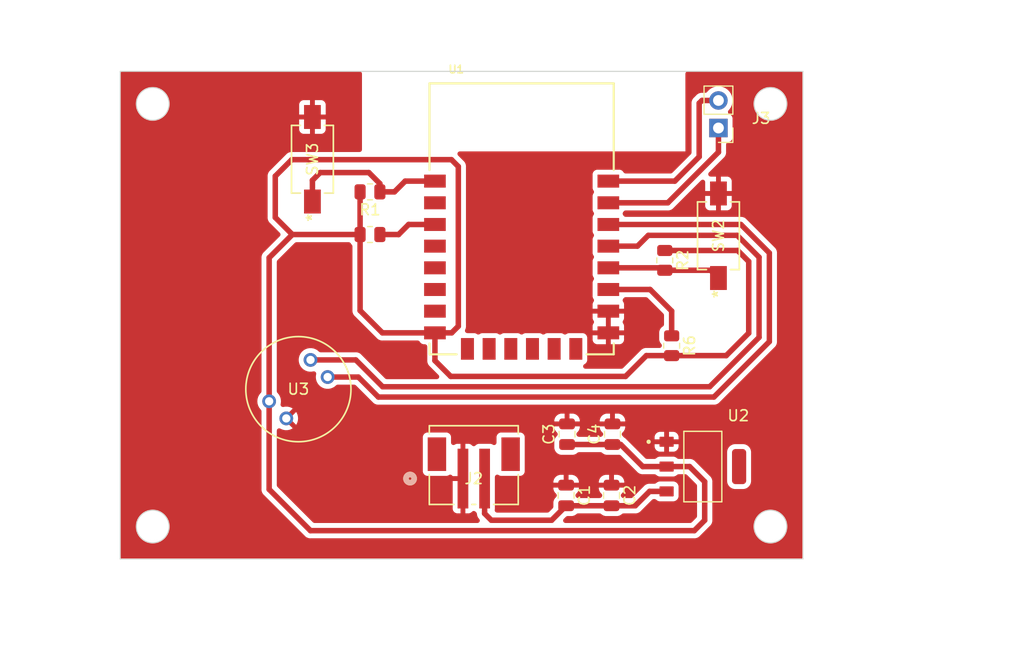
<source format=kicad_pcb>
(kicad_pcb (version 20221018) (generator pcbnew)
  (layers (0 "F.Cu" signal) (31 "B.Cu" signal) (34 "B.Paste" user) (35 "F.Paste" user) (36 "B.SilkS" user "B.Silkscreen") (37 "F.SilkS" user "F.Silkscreen") (38 "B.Mask" user) (39 "F.Mask" user) (44 "Edge.Cuts" user))
  (net 0 "")
  (net 1 "GND")
  (net 2 "Net-(U2-VIN)")
  (net 3 "VCC")
  (net 4 "/LED2")
  (net 5 "/SDA")
  (net 6 "/LED1")
  (net 7 "/SCL")
  (net 8 "Net-(J3-Pin_1)")
  (net 9 "Net-(J3-Pin_2)")
  (net 10 "/servo")
  (net 11 "/DC")
  (net 12 "Net-(U1-RST)")
  (net 13 "/boot")
  (net 14 "Net-(U1-EN)")
  (net 16 "/buzzer")
  (footprint "Capacitor_SMD:C_0805_2012Metric" (layer "F.Cu") (at 82.337 64.131 -90)
    (fp_text reference "C2" (at 0 -1.68 90) (layer "F.SilkS"))
    (fp_text value "C")
    (fp_line (start -0.261252 -0.735) (end 0.261252 -0.735) (stroke (width 0.12)) (layer "F.SilkS"))
    (fp_line (start -0.261252 0.735) (end 0.261252 0.735) (stroke (width 0.12)) (layer "F.SilkS"))
    (pad "1" smd roundrect (at -0.95 0 270) (size 1 1.45) (layers "F.Cu" "F.Paste" "F.Mask") (net 1 "GND"))
    (pad "2" smd roundrect (at 0.95 0 270) (size 1 1.45) (layers "F.Cu" "F.Paste" "F.Mask") (net 2 "Net-(U2-VIN)"))
  )
  (footprint "esp_lib:ESP-12F" (layer "F.Cu") (at 74.041 38.608)
    (fp_text reference "U1" (at -6.03654 -13.788698) (layer "F.SilkS") (effects (font (size 0.700469 0.700469))))
    (fp_text value "ESP-12F")
    (fp_line (start -8.5 -12.5) (end -8.5 -4.5) (stroke (width 0.2)) (layer "F.SilkS"))
    (fp_line (start -8.5 -12.5) (end 8.5 -12.5) (stroke (width 0.2)) (layer "F.SilkS"))
    (fp_line (start -8.5 11.5) (end -8.5 12.5) (stroke (width 0.2)) (layer "F.SilkS"))
    (fp_line (start -8.5 12.5) (end -6 12.5) (stroke (width 0.2)) (layer "F.SilkS"))
    (fp_line (start 8.5 -12.5) (end 8.5 -4.5) (stroke (width 0.2)) (layer "F.SilkS"))
    (fp_line (start 8.5 12.5) (end 6 12.5) (stroke (width 0.2)) (layer "F.SilkS"))
    (fp_line (start 8.5 12.5) (end 8.5 11.5) (stroke (width 0.2)) (layer "F.SilkS"))
    (pad "1" smd rect (at -8 -3.48) (size 2 1.2) (layers "F.Cu" "F.Paste" "F.Mask") (net 12 "Net-(U1-RST)"))
    (pad "2" smd rect (at -8 -1.48) (size 2 1.2) (layers "F.Cu" "F.Paste" "F.Mask"))
    (pad "3" smd rect (at -8 0.52) (size 2 1.2) (layers "F.Cu" "F.Paste" "F.Mask") (net 14 "Net-(U1-EN)"))
    (pad "4" smd rect (at -8 2.52) (size 2 1.2) (layers "F.Cu" "F.Paste" "F.Mask") (net 4 "/LED2"))
    (pad "5" smd rect (at -8 4.52) (size 2 1.2) (layers "F.Cu" "F.Paste" "F.Mask") (net 6 "/LED1"))
    (pad "6" smd rect (at -8 6.52) (size 2 1.2) (layers "F.Cu" "F.Paste" "F.Mask") (net 11 "/DC"))
    (pad "7" smd rect (at -8 8.52) (size 2 1.2) (layers "F.Cu" "F.Paste" "F.Mask") (net 16 "/buzzer"))
    (pad "8" smd rect (at -8 10.52) (size 2 1.2) (layers "F.Cu" "F.Paste" "F.Mask") (net 3 "VCC"))
    (pad "9" smd rect (at -5 12 90) (size 2 1.2) (layers "F.Cu" "F.Paste" "F.Mask"))
    (pad "10" smd rect (at -3 12 90) (size 2 1.2) (layers "F.Cu" "F.Paste" "F.Mask"))
    (pad "11" smd rect (at -1 12 90) (size 2 1.2) (layers "F.Cu" "F.Paste" "F.Mask"))
    (pad "12" smd rect (at 1 12 90) (size 2 1.2) (layers "F.Cu" "F.Paste" "F.Mask"))
    (pad "13" smd rect (at 3 12 90) (size 2 1.2) (layers "F.Cu" "F.Paste" "F.Mask"))
    (pad "14" smd rect (at 5 12 90) (size 2 1.2) (layers "F.Cu" "F.Paste" "F.Mask"))
    (pad "15" smd rect (at 8 10.52) (size 2 1.2) (layers "F.Cu" "F.Paste" "F.Mask") (net 1 "GND"))
    (pad "16" smd rect (at 8 8.52) (size 2 1.2) (layers "F.Cu" "F.Paste" "F.Mask") (net 1 "GND"))
    (pad "17" smd rect (at 8 6.52) (size 2 1.2) (layers "F.Cu" "F.Paste" "F.Mask") (net 10 "/servo"))
    (pad "18" smd rect (at 8 4.52) (size 2 1.2) (layers "F.Cu" "F.Paste" "F.Mask") (net 13 "/boot"))
    (pad "19" smd rect (at 8 2.52) (size 2 1.2) (layers "F.Cu" "F.Paste" "F.Mask") (net 5 "/SDA"))
    (pad "20" smd rect (at 8 0.52) (size 2 1.2) (layers "F.Cu" "F.Paste" "F.Mask") (net 7 "/SCL"))
    (pad "21" smd rect (at 8 -1.48) (size 2 1.2) (layers "F.Cu" "F.Paste" "F.Mask") (net 8 "Net-(J3-Pin_1)"))
    (pad "22" smd rect (at 8 -3.48) (size 2 1.2) (layers "F.Cu" "F.Paste" "F.Mask") (net 9 "Net-(J3-Pin_2)"))
  )
  (footprint "esp_lib:RS-282G05A3-SM RT_CNK" (layer "F.Cu") (at 54.737 33.110698 90)
    (fp_text reference "SW3" (at 0 0 90 unlocked) (layer "F.SilkS"))
    (fp_text value "RS-282G05A3-SM RT")
    (fp_text user "*" (at -5.3866 0 90 unlocked) (layer "F.SilkS"))
    (fp_text user "*" (at -5.3866 0 90) (layer "F.SilkS"))
    (fp_line (start -3.1242 -1.9304) (end -3.1242 -1.10744) (stroke (width 0.1524)) (layer "F.SilkS"))
    (fp_line (start -3.1242 1.10744) (end -3.1242 1.9304) (stroke (width 0.1524)) (layer "F.SilkS"))
    (fp_line (start -3.1242 1.9304) (end 3.1242 1.9304) (stroke (width 0.1524)) (layer "F.SilkS"))
    (fp_line (start 3.1242 -1.9304) (end -3.1242 -1.9304) (stroke (width 0.1524)) (layer "F.SilkS"))
    (fp_line (start 3.1242 -1.10744) (end 3.1242 -1.9304) (stroke (width 0.1524)) (layer "F.SilkS"))
    (fp_line (start 3.1242 1.9304) (end 3.1242 1.10744) (stroke (width 0.1524)) (layer "F.SilkS"))
    (pad "1" smd rect (at -3.900698 0 90) (size 2.2098 1.5494) (layers "F.Cu" "F.Paste" "F.Mask") (net 12 "Net-(U1-RST)"))
    (pad "2" smd rect (at 3.900698 0 90) (size 2.2098 1.5494) (layers "F.Cu" "F.Paste" "F.Mask") (net 1 "GND"))
  )
  (footprint "Resistor_SMD:R_0805_2012Metric" (layer "F.Cu") (at 87.249 42.4415 -90)
    (fp_text reference "R2" (at 0 -1.65 90) (layer "F.SilkS"))
    (fp_text value "R")
    (fp_line (start -0.227064 -0.735) (end 0.227064 -0.735) (stroke (width 0.12)) (layer "F.SilkS"))
    (fp_line (start -0.227064 0.735) (end 0.227064 0.735) (stroke (width 0.12)) (layer "F.SilkS"))
    (pad "1" smd roundrect (at -0.9125 0 270) (size 1.025 1.4) (layers "F.Cu" "F.Paste" "F.Mask") (roundrect_rratio 0.243902439) (net 3 "VCC"))
    (pad "2" smd roundrect (at 0.9125 0 270) (size 1.025 1.4) (layers "F.Cu" "F.Paste" "F.Mask") (roundrect_rratio 0.243902439) (net 13 "/boot"))
  )
  (footprint "Resistor_SMD:R_0805_2012Metric" (layer "F.Cu") (at 60.0475 36.119 180)
    (fp_text reference "R1" (at 0 -1.65) (layer "F.SilkS"))
    (fp_text value "R")
    (fp_line (start -0.227064 -0.735) (end 0.227064 -0.735) (stroke (width 0.12)) (layer "F.SilkS"))
    (fp_line (start -0.227064 0.735) (end 0.227064 0.735) (stroke (width 0.12)) (layer "F.SilkS"))
    (pad "1" smd roundrect (at -0.9125 0 180) (size 1.025 1.4) (layers "F.Cu" "F.Paste" "F.Mask") (roundrect_rratio 0.243902439) (net 12 "Net-(U1-RST)"))
    (pad "2" smd roundrect (at 0.9125 0 180) (size 1.025 1.4) (layers "F.Cu" "F.Paste" "F.Mask") (roundrect_rratio 0.243902439) (net 3 "VCC"))
  )
  (footprint "Capacitor_SMD:C_0805_2012Metric" (layer "F.Cu") (at 78.232 58.481 90)
    (fp_text reference "C3" (at 0 -1.68 90) (layer "F.SilkS"))
    (fp_text value "C")
    (fp_line (start -0.261252 -0.735) (end 0.261252 -0.735) (stroke (width 0.12)) (layer "F.SilkS"))
    (fp_line (start -0.261252 0.735) (end 0.261252 0.735) (stroke (width 0.12)) (layer "F.SilkS"))
    (pad "1" smd roundrect (at -0.95 0 90) (size 1 1.45) (layers "F.Cu" "F.Paste" "F.Mask") (net 3 "VCC"))
    (pad "2" smd roundrect (at 0.95 0 90) (size 1 1.45) (layers "F.Cu" "F.Paste" "F.Mask") (net 1 "GND"))
  )
  (footprint "esp_lib:SOT229P700X180-4N" (layer "F.Cu") (at 90.762 61.468)
    (fp_text reference "U2" (at 3.2755 -4.695) (layer "F.SilkS"))
    (fp_text value "AMS1117-3.3" hide)
    (fp_line (start -1.7525 -3.2525) (end 1.7525 -3.2525) (stroke (width 0.127)) (layer "F.SilkS"))
    (fp_line (start -1.7525 3.2525) (end -1.7525 -3.2525) (stroke (width 0.127)) (layer "F.SilkS"))
    (fp_line (start 1.7525 -3.2525) (end 1.7525 3.2525) (stroke (width 0.127)) (layer "F.SilkS"))
    (fp_line (start 1.7525 3.2525) (end -1.7525 3.2525) (stroke (width 0.127)) (layer "F.SilkS"))
    (fp_circle (center -5 -2.29) (end -4.9 -2.29) (stroke (width 0.2)) (fill none) (layer "F.SilkS"))
    (pad "1" smd roundrect (at -3.345 -2.29) (size 1.31 0.93) (layers "F.Cu" "F.Paste" "F.Mask") (roundrect_rratio 0.07) (net 1 "GND"))
    (pad "2" smd roundrect (at -3.345 0) (size 1.31 0.93) (layers "F.Cu" "F.Paste" "F.Mask") (roundrect_rratio 0.07) (net 3 "VCC"))
    (pad "3" smd roundrect (at -3.345 2.29) (size 1.31 0.93) (layers "F.Cu" "F.Paste" "F.Mask") (roundrect_rratio 0.07) (net 2 "Net-(U2-VIN)"))
    (pad "4" smd roundrect (at 3.345 0) (size 1.31 3.24) (layers "F.Cu" "F.Paste" "F.Mask") (roundrect_rratio 0.24))
  )
  (footprint "esp_lib:FOV55d_MEL" (layer "F.Cu") (at 54.559708 51.6255)
    (fp_text reference "U3" (at -1.117854 2.69875 unlocked) (layer "F.SilkS"))
    (fp_text value "MLX90640ESF-BAB-000-TU")
    (fp_circle (center -1.117854 2.69875) (end 3.733546 2.69875) (stroke (width 0.1524)) (fill none) (layer "F.SilkS"))
    (pad "1" thru_hole circle (at 0 0) (size 1.27 1.27) (drill 0.762) (layers "*.Cu" "*.Mask") (net 5 "/SDA"))
    (pad "2" thru_hole circle (at -3.816604 3.816604) (size 1.27 1.27) (drill 0.762) (layers "*.Cu" "*.Mask") (net 3 "VCC"))
    (pad "3" thru_hole circle (at -2.235708 5.3975) (size 1.27 1.27) (drill 0.762) (layers "*.Cu" "*.Mask") (net 1 "GND"))
    (pad "4" thru_hole circle (at 1.580896 1.580896) (size 1.27 1.27) (drill 0.762) (layers "*.Cu" "*.Mask") (net 7 "/SCL"))
  )
  (footprint "Resistor_SMD:R_0805_2012Metric" (layer "F.Cu") (at 87.884 50.3155 -90)
    (fp_text reference "R6" (at 0 -1.65 90) (layer "F.SilkS"))
    (fp_text value "R")
    (fp_line (start -0.227064 -0.735) (end 0.227064 -0.735) (stroke (width 0.12)) (layer "F.SilkS"))
    (fp_line (start -0.227064 0.735) (end 0.227064 0.735) (stroke (width 0.12)) (layer "F.SilkS"))
    (pad "1" smd roundrect (at -0.9125 0 270) (size 1.025 1.4) (layers "F.Cu" "F.Paste" "F.Mask") (roundrect_rratio 0.243902) (net 10 "/servo"))
    (pad "2" smd roundrect (at 0.9125 0 270) (size 1.025 1.4) (layers "F.Cu" "F.Paste" "F.Mask") (roundrect_rratio 0.243902) (net 3 "VCC"))
  )
  (footprint "Capacitor_SMD:C_0805_2012Metric" (layer "F.Cu") (at 82.423 58.481 90)
    (fp_text reference "C4" (at 0 -1.68 90) (layer "F.SilkS"))
    (fp_text value "C")
    (fp_line (start -0.261252 -0.735) (end 0.261252 -0.735) (stroke (width 0.12)) (layer "F.SilkS"))
    (fp_line (start -0.261252 0.735) (end 0.261252 0.735) (stroke (width 0.12)) (layer "F.SilkS"))
    (pad "1" smd roundrect (at -0.95 0 90) (size 1 1.45) (layers "F.Cu" "F.Paste" "F.Mask") (net 3 "VCC"))
    (pad "2" smd roundrect (at 0.95 0 90) (size 1 1.45) (layers "F.Cu" "F.Paste" "F.Mask") (net 1 "GND"))
  )
  (footprint "esp_lib:CONN_B2B-PH-SM4-TBLFSN_JST" (layer "F.Cu") (at 69.625002 61.3302)
    (fp_text reference "J2" (at 0 1.244801 unlocked) (layer "F.SilkS"))
    (fp_text value "B2B-PH-SM4-TBLFSN" hide)
    (fp_circle (center -5.8801 1.244801) (end -5.4991 1.244801) (stroke (width 0.508)) (fill none) (layer "B.SilkS"))
    (fp_line (start -4.1021 -3.6322) (end -4.1021 -2.88734) (stroke (width 0.1524)) (layer "F.SilkS"))
    (fp_line (start -4.1021 0.87694) (end -4.1021 3.6322) (stroke (width 0.1524)) (layer "F.SilkS"))
    (fp_line (start -4.1021 3.6322) (end -1.828041 3.6322) (stroke (width 0.1524)) (layer "F.SilkS"))
    (fp_line (start -0.171961 3.6322) (end 0.171961 3.6322) (stroke (width 0.1524)) (layer "F.SilkS"))
    (fp_line (start 1.828041 3.6322) (end 4.1021 3.6322) (stroke (width 0.1524)) (layer "F.SilkS"))
    (fp_line (start 4.1021 -3.6322) (end -4.1021 -3.6322) (stroke (width 0.1524)) (layer "F.SilkS"))
    (fp_line (start 4.1021 -2.88734) (end 4.1021 -3.6322) (stroke (width 0.1524)) (layer "F.SilkS"))
    (fp_line (start 4.1021 3.6322) (end 4.1021 0.87694) (stroke (width 0.1524)) (layer "F.SilkS"))
    (fp_circle (center -5.8801 1.244801) (end -5.4991 1.244801) (stroke (width 0.508)) (fill none) (layer "F.SilkS"))
    (pad "1" smd rect (at -1.000001 1.244801) (size 0.9906 5.5118) (layers "F.Cu" "F.Paste" "F.Mask") (net 1 "GND"))
    (pad "2" smd rect (at 1.000001 1.244801) (size 0.9906 5.5118) (layers "F.Cu" "F.Paste" "F.Mask") (net 2 "Net-(U2-VIN)"))
    (pad "3" smd rect (at -3.399998 -1.0052 90) (size 3.0988 1.7018) (layers "F.Cu" "F.Paste" "F.Mask"))
    (pad "4" smd rect (at 3.399998 -1.0052 90) (size 3.0988 1.7018) (layers "F.Cu" "F.Paste" "F.Mask"))
  )
  (footprint "Capacitor_SMD:C_0805_2012Metric" (layer "F.Cu") (at 78.146 64.131 -90)
    (fp_text reference "C1" (at 0 -1.68 90) (layer "F.SilkS"))
    (fp_text value "C")
    (fp_line (start -0.261252 -0.735) (end 0.261252 -0.735) (stroke (width 0.12)) (layer "F.SilkS"))
    (fp_line (start -0.261252 0.735) (end 0.261252 0.735) (stroke (width 0.12)) (layer "F.SilkS"))
    (pad "1" smd roundrect (at -0.95 0 270) (size 1 1.45) (layers "F.Cu" "F.Paste" "F.Mask") (net 1 "GND"))
    (pad "2" smd roundrect (at 0.95 0 270) (size 1 1.45) (layers "F.Cu" "F.Paste" "F.Mask") (net 2 "Net-(U2-VIN)"))
  )
  (footprint "Resistor_SMD:R_0805_2012Metric" (layer "F.Cu") (at 60.0475 40.056 180)
    (fp_text reference "R4" hide)
    (fp_text value "R")
    (fp_line (start -0.227064 -0.735) (end 0.227064 -0.735) (stroke (width 0.12)) (layer "F.SilkS"))
    (fp_line (start -0.227064 0.735) (end 0.227064 0.735) (stroke (width 0.12)) (layer "F.SilkS"))
    (pad "1" smd roundrect (at -0.9125 0 180) (size 1.025 1.4) (layers "F.Cu" "F.Paste" "F.Mask") (roundrect_rratio 0.243902439) (net 14 "Net-(U1-EN)"))
    (pad "2" smd roundrect (at 0.9125 0 180) (size 1.025 1.4) (layers "F.Cu" "F.Paste" "F.Mask") (roundrect_rratio 0.243902439) (net 3 "VCC"))
  )
  (footprint "esp_lib:RS-282G05A3-SM RT_CNK" (layer "F.Cu") (at 92.202 40.168302 90)
    (fp_text reference "SW2" (at 0 0 90 unlocked) (layer "F.SilkS"))
    (fp_text value "RS-282G05A3-SM RT")
    (fp_text user "*" (at -5.3866 0 90) (layer "F.SilkS"))
    (fp_text user "*" (at -5.3866 0 90 unlocked) (layer "F.SilkS"))
    (fp_line (start -3.1242 -1.9304) (end -3.1242 -1.10744) (stroke (width 0.1524)) (layer "F.SilkS"))
    (fp_line (start -3.1242 1.10744) (end -3.1242 1.9304) (stroke (width 0.1524)) (layer "F.SilkS"))
    (fp_line (start -3.1242 1.9304) (end 3.1242 1.9304) (stroke (width 0.1524)) (layer "F.SilkS"))
    (fp_line (start 3.1242 -1.9304) (end -3.1242 -1.9304) (stroke (width 0.1524)) (layer "F.SilkS"))
    (fp_line (start 3.1242 -1.10744) (end 3.1242 -1.9304) (stroke (width 0.1524)) (layer "F.SilkS"))
    (fp_line (start 3.1242 1.9304) (end 3.1242 1.10744) (stroke (width 0.1524)) (layer "F.SilkS"))
    (pad "1" smd rect (at -3.900698 0 90) (size 2.2098 1.5494) (layers "F.Cu" "F.Paste" "F.Mask") (net 13 "/boot"))
    (pad "2" smd rect (at 3.900698 0 90) (size 2.2098 1.5494) (layers "F.Cu" "F.Paste" "F.Mask") (net 1 "GND"))
  )
  (footprint "Connector_PinHeader_2.54mm:PinHeader_1x02_P2.54mm_Vertical" (layer "F.Cu") (at 92.202 30.226 180)
    (fp_text reference "J3" (at -3.937 0.889 180) (layer "F.SilkS"))
    (fp_text value "Conn_01x02_Pin")
    (fp_line (start -1.33 -1.33) (end 0 -1.33) (stroke (width 0.12)) (layer "F.SilkS"))
    (fp_line (start -1.33 0) (end -1.33 -1.33) (stroke (width 0.12)) (layer "F.SilkS"))
    (fp_line (start -1.33 1.27) (end -1.33 3.87) (stroke (width 0.12)) (layer "F.SilkS"))
    (fp_line (start -1.33 1.27) (end 1.33 1.27) (stroke (width 0.12)) (layer "F.SilkS"))
    (fp_line (start -1.33 3.87) (end 1.33 3.87) (stroke (width 0.12)) (layer "F.SilkS"))
    (fp_line (start 1.33 1.27) (end 1.33 3.87) (stroke (width 0.12)) (layer "F.SilkS"))
    (pad "1" thru_hole rect (at 0 0 180) (size 1.7 1.7) (drill 1) (layers "*.Cu" "*.Mask") (net 8 "Net-(J3-Pin_1)"))
    (pad "2" thru_hole oval (at 0 2.54 180) (size 1.7 1.7) (drill 1) (layers "*.Cu" "*.Mask") (net 9 "Net-(J3-Pin_2)"))
  )
  (gr_circle (center 40 28) (end 41.51 28) (stroke (width 0.1)) (fill none) (layer "Edge.Cuts"))
  (gr_circle (center 97 67) (end 98.51 67) (stroke (width 0.1)) (fill none) (layer "Edge.Cuts"))
  (gr_circle (center 97 28) (end 98.51 28) (stroke (width 0.1)) (fill none) (layer "Edge.Cuts"))
  (gr_circle (center 40 67) (end 41.51 67) (stroke (width 0.1)) (fill none) (layer "Edge.Cuts"))
  (gr_rect (start 37 25) (end 100 70) (stroke (width 0.1)) (fill none) (layer "Edge.Cuts"))
  (segment (start 76.806 66.421) (end 78.146 65.081) (width 0.508) (layer "F.Cu") (net 2))
  (segment (start 85.848 63.758) (end 84.525 65.081) (width 0.508) (layer "F.Cu") (net 2))
  (segment (start 71.247 66.421) (end 76.806 66.421) (width 0.508) (layer "F.Cu") (net 2))
  (segment (start 70.625003 65.799003) (end 71.247 66.421) (width 0.508) (layer "F.Cu") (net 2))
  (segment (start 70.625003 62.575001) (end 70.625003 65.799003) (width 0.508) (layer "F.Cu") (net 2))
  (segment (start 84.525 65.081) (end 82.337 65.081) (width 0.508) (layer "F.Cu") (net 2))
  (segment (start 87.417 63.758) (end 85.848 63.758) (width 0.508) (layer "F.Cu") (net 2))
  (segment (start 78.146 65.081) (end 82.337 65.081) (width 0.508) (layer "F.Cu") (net 2))
  (segment (start 89.974 67.379) (end 90.932 66.421) (width 0.508) (layer "F.Cu") (net 3))
  (segment (start 94.996 49.149) (end 92.917 51.228) (width 0.508) (layer "F.Cu") (net 3))
  (segment (start 67.499 53.148) (end 66.041 51.69) (width 0.508) (layer "F.Cu") (net 3))
  (segment (start 52.883 40.056) (end 51.308 38.481) (width 0.508) (layer "F.Cu") (net 3))
  (segment (start 68.199 48.514) (end 67.585 49.128) (width 0.508) (layer "F.Cu") (net 3))
  (segment (start 52.883 40.056) (end 50.743104 42.195896) (width 0.508) (layer "F.Cu") (net 3))
  (segment (start 50.743104 55.442104) (end 50.743104 63.570104) (width 0.508) (layer "F.Cu") (net 3))
  (segment (start 94.996 42.545) (end 94.996 49.149) (width 0.508) (layer "F.Cu") (net 3))
  (segment (start 89.535 61.468) (end 87.417 61.468) (width 0.508) (layer "F.Cu") (net 3))
  (segment (start 85.551 51.228) (end 83.631 53.148) (width 0.508) (layer "F.Cu") (net 3))
  (segment (start 82.423 59.431) (end 83.18 59.431) (width 0.508) (layer "F.Cu") (net 3))
  (segment (start 67.585 49.128) (end 66.041 49.128) (width 0.508) (layer "F.Cu") (net 3))
  (segment (start 67.564 33.147) (end 68.199 33.782) (width 0.508) (layer "F.Cu") (net 3))
  (segment (start 90.932 66.421) (end 90.932 62.865) (width 0.508) (layer "F.Cu") (net 3))
  (segment (start 90.932 62.865) (end 89.535 61.468) (width 0.508) (layer "F.Cu") (net 3))
  (segment (start 66.041 49.128) (end 61.193 49.128) (width 0.508) (layer "F.Cu") (net 3))
  (segment (start 87.249 41.529) (end 93.98 41.529) (width 0.508) (layer "F.Cu") (net 3))
  (segment (start 50.743104 63.570104) (end 54.552 67.379) (width 0.508) (layer "F.Cu") (net 3))
  (segment (start 52.832 33.147) (end 67.564 33.147) (width 0.508) (layer "F.Cu") (net 3))
  (segment (start 92.917 51.228) (end 87.884 51.228) (width 0.508) (layer "F.Cu") (net 3))
  (segment (start 59.135 40.056) (end 52.883 40.056) (width 0.508) (layer "F.Cu") (net 3))
  (segment (start 51.308 38.481) (end 51.308 34.671) (width 0.508) (layer "F.Cu") (net 3))
  (segment (start 59.135 47.07) (end 59.135 40.056) (width 0.508) (layer "F.Cu") (net 3))
  (segment (start 83.18 59.431) (end 85.217 61.468) (width 0.508) (layer "F.Cu") (net 3))
  (segment (start 85.217 61.468) (end 87.417 61.468) (width 0.508) (layer "F.Cu") (net 3))
  (segment (start 54.552 67.379) (end 89.974 67.379) (width 0.508) (layer "F.Cu") (net 3))
  (segment (start 50.743104 42.195896) (end 50.743104 55.442104) (width 0.508) (layer "F.Cu") (net 3))
  (segment (start 66.041 51.69) (end 66.041 49.128) (width 0.508) (layer "F.Cu") (net 3))
  (segment (start 83.631 53.148) (end 67.499 53.148) (width 0.508) (layer "F.Cu") (net 3))
  (segment (start 78.232 59.431) (end 82.423 59.431) (width 0.508) (layer "F.Cu") (net 3))
  (segment (start 68.199 33.782) (end 68.199 48.514) (width 0.508) (layer "F.Cu") (net 3))
  (segment (start 93.98 41.529) (end 94.996 42.545) (width 0.508) (layer "F.Cu") (net 3))
  (segment (start 59.135 36.119) (end 59.135 40.056) (width 0.508) (layer "F.Cu") (net 3))
  (segment (start 61.193 49.128) (end 59.135 47.07) (width 0.508) (layer "F.Cu") (net 3))
  (segment (start 51.308 34.671) (end 52.832 33.147) (width 0.508) (layer "F.Cu") (net 3))
  (segment (start 87.884 51.228) (end 85.551 51.228) (width 0.508) (layer "F.Cu") (net 3))
  (segment (start 58.7375 51.6255) (end 54.559708 51.6255) (width 0.5) (layer "F.Cu") (net 5))
  (segment (start 95.95 42.14984) (end 95.95 49.54416) (width 0.5) (layer "F.Cu") (net 5))
  (segment (start 61.214 54.102) (end 58.7375 51.6255) (width 0.5) (layer "F.Cu") (net 5))
  (segment (start 95.95 49.54416) (end 91.39216 54.102) (width 0.5) (layer "F.Cu") (net 5))
  (segment (start 84.729 41.128) (end 85.725 40.132) (width 0.5) (layer "F.Cu") (net 5))
  (segment (start 91.39216 54.102) (end 61.214 54.102) (width 0.5) (layer "F.Cu") (net 5))
  (segment (start 93.93216 40.132) (end 95.95 42.14984) (width 0.5) (layer "F.Cu") (net 5))
  (segment (start 82.041 41.128) (end 84.729 41.128) (width 0.5) (layer "F.Cu") (net 5))
  (segment (start 85.725 40.132) (end 93.93216 40.132) (width 0.5) (layer "F.Cu") (net 5))
  (segment (start 58.974894 53.206396) (end 56.140604 53.206396) (width 0.5) (layer "F.Cu") (net 7))
  (segment (start 91.785662 55.052) (end 60.820498 55.052) (width 0.5) (layer "F.Cu") (net 7))
  (segment (start 82.041 39.128) (end 94.271662 39.128) (width 0.5) (layer "F.Cu") (net 7))
  (segment (start 96.9 49.937662) (end 91.785662 55.052) (width 0.5) (layer "F.Cu") (net 7))
  (segment (start 60.820498 55.052) (end 58.974894 53.206396) (width 0.5) (layer "F.Cu") (net 7))
  (segment (start 96.9 41.756338) (end 96.9 49.937662) (width 0.5) (layer "F.Cu") (net 7))
  (segment (start 94.271662 39.128) (end 96.9 41.756338) (width 0.5) (layer "F.Cu") (net 7))
  (segment (start 82.041 37.128) (end 87.52971 37.128) (width 0.508) (layer "F.Cu") (net 8))
  (segment (start 92.202 32.45571) (end 92.202 30.226) (width 0.508) (layer "F.Cu") (net 8))
  (segment (start 87.52971 37.128) (end 92.202 32.45571) (width 0.508) (layer "F.Cu") (net 8))
  (segment (start 92.202 27.686) (end 90.678 27.686) (width 0.508) (layer "F.Cu") (net 9))
  (segment (start 90.678 27.686) (end 90.424 27.94) (width 0.508) (layer "F.Cu") (net 9))
  (segment (start 88.174894 35.128) (end 82.041 35.128) (width 0.508) (layer "F.Cu") (net 9))
  (segment (start 90.424 32.878894) (end 88.174894 35.128) (width 0.508) (layer "F.Cu") (net 9))
  (segment (start 90.424 27.94) (end 90.424 32.878894) (width 0.508) (layer "F.Cu") (net 9))
  (segment (start 82.041 45.128) (end 85.895 45.128) (width 0.508) (layer "F.Cu") (net 10))
  (segment (start 85.895 45.128) (end 87.884 47.117) (width 0.508) (layer "F.Cu") (net 10))
  (segment (start 87.884 47.117) (end 87.884 49.403) (width 0.508) (layer "F.Cu") (net 10))
  (segment (start 59.944 34.341) (end 55.448 34.341) (width 0.508) (layer "F.Cu") (net 12))
  (segment (start 61.011 36.068) (end 60.96 36.119) (width 0.508) (layer "F.Cu") (net 12))
  (segment (start 54.737 35.052) (end 54.737 37.011396) (width 0.508) (layer "F.Cu") (net 12))
  (segment (start 60.96 36.119) (end 62.306 36.119) (width 0.508) (layer "F.Cu") (net 12))
  (segment (start 55.448 34.341) (end 54.737 35.052) (width 0.508) (layer "F.Cu") (net 12))
  (segment (start 60.96 36.119) (end 60.96 35.357) (width 0.508) (layer "F.Cu") (net 12))
  (segment (start 62.306 36.119) (end 63.297 35.128) (width 0.508) (layer "F.Cu") (net 12))
  (segment (start 60.96 35.357) (end 59.944 34.341) (width 0.508) (layer "F.Cu") (net 12))
  (segment (start 63.297 35.128) (end 66.041 35.128) (width 0.508) (layer "F.Cu") (net 12))
  (segment (start 87.249 43.354) (end 91.487 43.354) (width 0.508) (layer "F.Cu") (net 13))
  (segment (start 87.023 43.128) (end 87.249 43.354) (width 0.508) (layer "F.Cu") (net 13))
  (segment (start 82.041 43.128) (end 87.023 43.128) (width 0.508) (layer "F.Cu") (net 13))
  (segment (start 91.487 43.354) (end 92.202 44.069) (width 0.508) (layer "F.Cu") (net 13))
  (segment (start 60.96 40.056) (end 62.687 40.056) (width 0.508) (layer "F.Cu") (net 14))
  (segment (start 66.029 39.116) (end 66.041 39.128) (width 0.508) (layer "F.Cu") (net 14))
  (segment (start 62.687 40.056) (end 63.615 39.128) (width 0.508) (layer "F.Cu") (net 14))
  (segment (start 63.615 39.128) (end 66.041 39.128) (width 0.508) (layer "F.Cu") (net 14))
  (zone (net 1) (net_name "GND") (layer "F.Cu") (connect_pads (clearance 0.45)) (min_thickness 0.45) (fill yes (thermal_gap 0.45) (thermal_bridge_width 0.45))
    (polygon (pts (xy 26.035 18.415) (xy 120.396 18.415) (xy 120.396 79.121) (xy 25.908 79.121)))
  )
  (zone (net 0) (net_name "") (layer "F.Cu") (connect_pads (clearance 0)) (min_thickness 0.25)
    (keepout (tracks not_allowed) (vias not_allowed) (pads not_allowed) (copperpour not_allowed) (footprints not_allowed))
    (fill (thermal_gap 0.5) (thermal_bridge_width 0.5))
    (polygon (pts (xy 59.309 24.384) (xy 89.14982 24.384) (xy 89.154 32.385) (xy 59.309 32.385)))
  )
)
</source>
